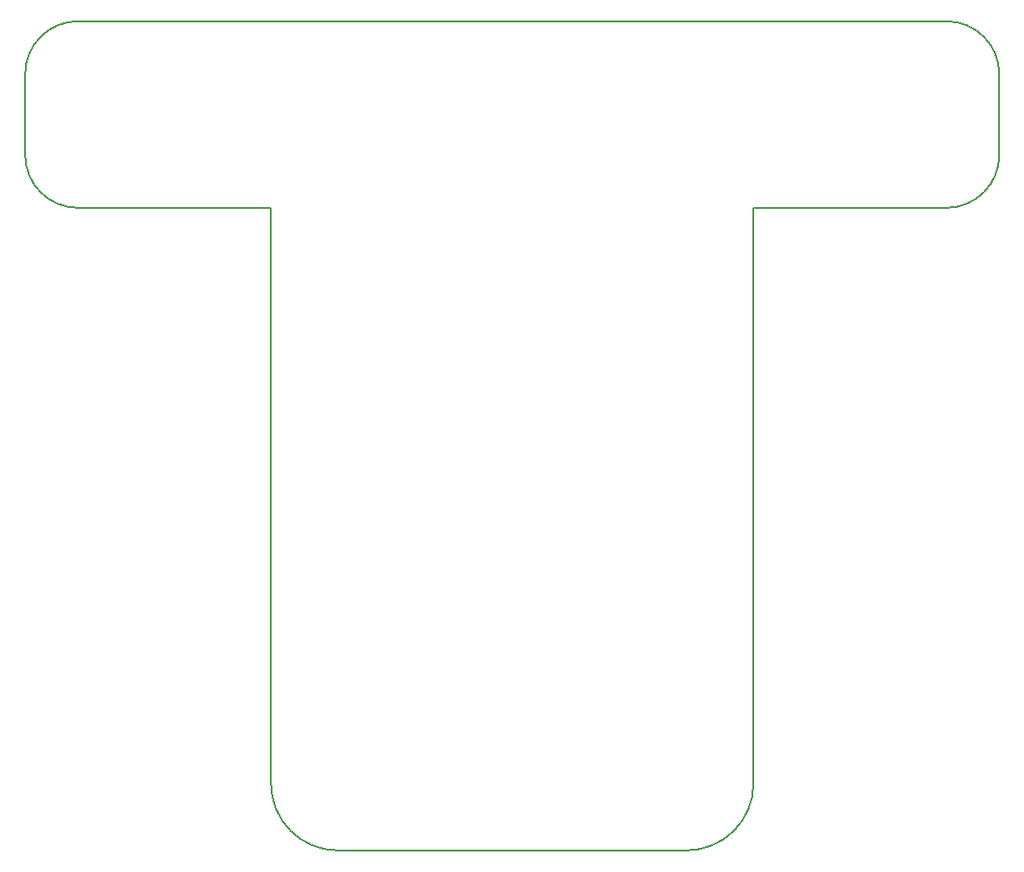
<source format=gbr>
G04 #@! TF.GenerationSoftware,KiCad,Pcbnew,(5.1.7)-1*
G04 #@! TF.CreationDate,2021-09-17T20:37:10-05:00*
G04 #@! TF.ProjectId,ConsolePedalDual,436f6e73-6f6c-4655-9065-64616c447561,rev?*
G04 #@! TF.SameCoordinates,Original*
G04 #@! TF.FileFunction,Profile,NP*
%FSLAX46Y46*%
G04 Gerber Fmt 4.6, Leading zero omitted, Abs format (unit mm)*
G04 Created by KiCad (PCBNEW (5.1.7)-1) date 2021-09-17 20:37:10*
%MOMM*%
%LPD*%
G01*
G04 APERTURE LIST*
G04 #@! TA.AperFunction,Profile*
%ADD10C,0.150000*%
G04 #@! TD*
G04 APERTURE END LIST*
D10*
X91012000Y-40720000D02*
X91012000Y-33020000D01*
X183308000Y-40720000D02*
X183308000Y-33020000D01*
X91012000Y-33020000D02*
G75*
G02*
X96012000Y-28020000I5000000J0D01*
G01*
X178308000Y-28020000D02*
G75*
G02*
X183308000Y-33020000I0J-5000000D01*
G01*
X178308000Y-28020000D02*
X96012000Y-28020000D01*
X160020000Y-45720000D02*
X178308000Y-45720000D01*
X96012000Y-45720000D02*
X114300000Y-45720000D01*
X160020000Y-45720000D02*
X160020000Y-100330000D01*
X114300000Y-45720000D02*
X114300000Y-100330000D01*
X96012000Y-45720000D02*
G75*
G02*
X91012000Y-40720000I0J5000000D01*
G01*
X183308000Y-40720000D02*
G75*
G02*
X178308000Y-45720000I-5000000J0D01*
G01*
X120650000Y-106680000D02*
X153670000Y-106680000D01*
X160020000Y-100330000D02*
G75*
G02*
X153670000Y-106680000I-6350000J0D01*
G01*
X120650000Y-106680000D02*
G75*
G02*
X114300000Y-100330000I0J6350000D01*
G01*
M02*

</source>
